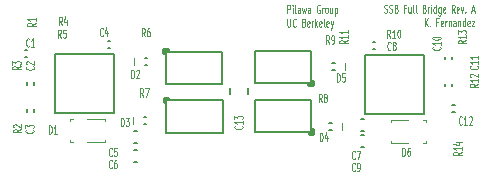
<source format=gbr>
G04 #@! TF.GenerationSoftware,KiCad,Pcbnew,(5.0.0)*
G04 #@! TF.CreationDate,2019-04-05T14:46:39-07:00*
G04 #@! TF.ProjectId,Buffer,4275666665722E6B696361645F706362,rev?*
G04 #@! TF.SameCoordinates,Original*
G04 #@! TF.FileFunction,Legend,Top*
G04 #@! TF.FilePolarity,Positive*
%FSLAX46Y46*%
G04 Gerber Fmt 4.6, Leading zero omitted, Abs format (unit mm)*
G04 Created by KiCad (PCBNEW (5.0.0)) date 04/05/19 14:46:39*
%MOMM*%
%LPD*%
G01*
G04 APERTURE LIST*
%ADD10C,0.111125*%
%ADD11C,0.150000*%
%ADD12C,0.100000*%
%ADD13C,0.120000*%
%ADD14C,0.300000*%
G04 APERTURE END LIST*
D10*
X24435064Y14462048D02*
X24435064Y15160548D01*
X24604397Y15160548D01*
X24646731Y15127287D01*
X24667897Y15094025D01*
X24689064Y15027501D01*
X24689064Y14927715D01*
X24667897Y14861191D01*
X24646731Y14827929D01*
X24604397Y14794667D01*
X24435064Y14794667D01*
X24879564Y14462048D02*
X24879564Y14927715D01*
X24879564Y15160548D02*
X24858397Y15127287D01*
X24879564Y15094025D01*
X24900731Y15127287D01*
X24879564Y15160548D01*
X24879564Y15094025D01*
X25154731Y14462048D02*
X25112397Y14495310D01*
X25091231Y14561834D01*
X25091231Y15160548D01*
X25514564Y14462048D02*
X25514564Y14827929D01*
X25493397Y14894453D01*
X25451064Y14927715D01*
X25366397Y14927715D01*
X25324064Y14894453D01*
X25514564Y14495310D02*
X25472231Y14462048D01*
X25366397Y14462048D01*
X25324064Y14495310D01*
X25302897Y14561834D01*
X25302897Y14628358D01*
X25324064Y14694882D01*
X25366397Y14728144D01*
X25472231Y14728144D01*
X25514564Y14761406D01*
X25683897Y14927715D02*
X25768564Y14462048D01*
X25853231Y14794667D01*
X25937897Y14462048D01*
X26022564Y14927715D01*
X26382397Y14462048D02*
X26382397Y14827929D01*
X26361231Y14894453D01*
X26318897Y14927715D01*
X26234231Y14927715D01*
X26191897Y14894453D01*
X26382397Y14495310D02*
X26340064Y14462048D01*
X26234231Y14462048D01*
X26191897Y14495310D01*
X26170731Y14561834D01*
X26170731Y14628358D01*
X26191897Y14694882D01*
X26234231Y14728144D01*
X26340064Y14728144D01*
X26382397Y14761406D01*
X27165564Y15127287D02*
X27123231Y15160548D01*
X27059731Y15160548D01*
X26996231Y15127287D01*
X26953897Y15060763D01*
X26932731Y14994239D01*
X26911564Y14861191D01*
X26911564Y14761406D01*
X26932731Y14628358D01*
X26953897Y14561834D01*
X26996231Y14495310D01*
X27059731Y14462048D01*
X27102064Y14462048D01*
X27165564Y14495310D01*
X27186731Y14528572D01*
X27186731Y14761406D01*
X27102064Y14761406D01*
X27377231Y14462048D02*
X27377231Y14927715D01*
X27377231Y14794667D02*
X27398397Y14861191D01*
X27419564Y14894453D01*
X27461897Y14927715D01*
X27504231Y14927715D01*
X27715897Y14462048D02*
X27673564Y14495310D01*
X27652397Y14528572D01*
X27631231Y14595096D01*
X27631231Y14794667D01*
X27652397Y14861191D01*
X27673564Y14894453D01*
X27715897Y14927715D01*
X27779397Y14927715D01*
X27821731Y14894453D01*
X27842897Y14861191D01*
X27864064Y14794667D01*
X27864064Y14595096D01*
X27842897Y14528572D01*
X27821731Y14495310D01*
X27779397Y14462048D01*
X27715897Y14462048D01*
X28245064Y14927715D02*
X28245064Y14462048D01*
X28054564Y14927715D02*
X28054564Y14561834D01*
X28075731Y14495310D01*
X28118064Y14462048D01*
X28181564Y14462048D01*
X28223897Y14495310D01*
X28245064Y14528572D01*
X28456731Y14927715D02*
X28456731Y14229215D01*
X28456731Y14894453D02*
X28499064Y14927715D01*
X28583731Y14927715D01*
X28626064Y14894453D01*
X28647231Y14861191D01*
X28668397Y14794667D01*
X28668397Y14595096D01*
X28647231Y14528572D01*
X28626064Y14495310D01*
X28583731Y14462048D01*
X28499064Y14462048D01*
X28456731Y14495310D01*
X24435064Y14001673D02*
X24435064Y13436221D01*
X24456231Y13369697D01*
X24477397Y13336435D01*
X24519731Y13303173D01*
X24604397Y13303173D01*
X24646731Y13336435D01*
X24667897Y13369697D01*
X24689064Y13436221D01*
X24689064Y14001673D01*
X25154731Y13369697D02*
X25133564Y13336435D01*
X25070064Y13303173D01*
X25027731Y13303173D01*
X24964231Y13336435D01*
X24921897Y13402959D01*
X24900731Y13469483D01*
X24879564Y13602531D01*
X24879564Y13702316D01*
X24900731Y13835364D01*
X24921897Y13901888D01*
X24964231Y13968412D01*
X25027731Y14001673D01*
X25070064Y14001673D01*
X25133564Y13968412D01*
X25154731Y13935150D01*
X25832064Y13669054D02*
X25895564Y13635792D01*
X25916731Y13602531D01*
X25937897Y13536007D01*
X25937897Y13436221D01*
X25916731Y13369697D01*
X25895564Y13336435D01*
X25853231Y13303173D01*
X25683897Y13303173D01*
X25683897Y14001673D01*
X25832064Y14001673D01*
X25874397Y13968412D01*
X25895564Y13935150D01*
X25916731Y13868626D01*
X25916731Y13802102D01*
X25895564Y13735578D01*
X25874397Y13702316D01*
X25832064Y13669054D01*
X25683897Y13669054D01*
X26297731Y13336435D02*
X26255397Y13303173D01*
X26170731Y13303173D01*
X26128397Y13336435D01*
X26107231Y13402959D01*
X26107231Y13669054D01*
X26128397Y13735578D01*
X26170731Y13768840D01*
X26255397Y13768840D01*
X26297731Y13735578D01*
X26318897Y13669054D01*
X26318897Y13602531D01*
X26107231Y13536007D01*
X26509397Y13303173D02*
X26509397Y13768840D01*
X26509397Y13635792D02*
X26530564Y13702316D01*
X26551731Y13735578D01*
X26594064Y13768840D01*
X26636397Y13768840D01*
X26784564Y13303173D02*
X26784564Y14001673D01*
X26826897Y13569269D02*
X26953897Y13303173D01*
X26953897Y13768840D02*
X26784564Y13502745D01*
X27313731Y13336435D02*
X27271397Y13303173D01*
X27186731Y13303173D01*
X27144397Y13336435D01*
X27123231Y13402959D01*
X27123231Y13669054D01*
X27144397Y13735578D01*
X27186731Y13768840D01*
X27271397Y13768840D01*
X27313731Y13735578D01*
X27334897Y13669054D01*
X27334897Y13602531D01*
X27123231Y13536007D01*
X27588897Y13303173D02*
X27546564Y13336435D01*
X27525397Y13402959D01*
X27525397Y14001673D01*
X27927564Y13336435D02*
X27885231Y13303173D01*
X27800564Y13303173D01*
X27758231Y13336435D01*
X27737064Y13402959D01*
X27737064Y13669054D01*
X27758231Y13735578D01*
X27800564Y13768840D01*
X27885231Y13768840D01*
X27927564Y13735578D01*
X27948731Y13669054D01*
X27948731Y13602531D01*
X27737064Y13536007D01*
X28096897Y13768840D02*
X28202731Y13303173D01*
X28308564Y13768840D02*
X28202731Y13303173D01*
X28160397Y13136864D01*
X28139231Y13103602D01*
X28096897Y13070340D01*
X32630268Y14520710D02*
X32693768Y14487448D01*
X32799602Y14487448D01*
X32841935Y14520710D01*
X32863102Y14553972D01*
X32884268Y14620496D01*
X32884268Y14687020D01*
X32863102Y14753544D01*
X32841935Y14786806D01*
X32799602Y14820067D01*
X32714935Y14853329D01*
X32672602Y14886591D01*
X32651435Y14919853D01*
X32630268Y14986377D01*
X32630268Y15052901D01*
X32651435Y15119425D01*
X32672602Y15152687D01*
X32714935Y15185948D01*
X32820768Y15185948D01*
X32884268Y15152687D01*
X33053602Y14520710D02*
X33117102Y14487448D01*
X33222935Y14487448D01*
X33265268Y14520710D01*
X33286435Y14553972D01*
X33307602Y14620496D01*
X33307602Y14687020D01*
X33286435Y14753544D01*
X33265268Y14786806D01*
X33222935Y14820067D01*
X33138268Y14853329D01*
X33095935Y14886591D01*
X33074768Y14919853D01*
X33053602Y14986377D01*
X33053602Y15052901D01*
X33074768Y15119425D01*
X33095935Y15152687D01*
X33138268Y15185948D01*
X33244102Y15185948D01*
X33307602Y15152687D01*
X33646268Y14853329D02*
X33709768Y14820067D01*
X33730935Y14786806D01*
X33752102Y14720282D01*
X33752102Y14620496D01*
X33730935Y14553972D01*
X33709768Y14520710D01*
X33667435Y14487448D01*
X33498102Y14487448D01*
X33498102Y15185948D01*
X33646268Y15185948D01*
X33688602Y15152687D01*
X33709768Y15119425D01*
X33730935Y15052901D01*
X33730935Y14986377D01*
X33709768Y14919853D01*
X33688602Y14886591D01*
X33646268Y14853329D01*
X33498102Y14853329D01*
X34429435Y14853329D02*
X34281268Y14853329D01*
X34281268Y14487448D02*
X34281268Y15185948D01*
X34492935Y15185948D01*
X34852768Y14953115D02*
X34852768Y14487448D01*
X34662268Y14953115D02*
X34662268Y14587234D01*
X34683435Y14520710D01*
X34725768Y14487448D01*
X34789268Y14487448D01*
X34831602Y14520710D01*
X34852768Y14553972D01*
X35127935Y14487448D02*
X35085602Y14520710D01*
X35064435Y14587234D01*
X35064435Y15185948D01*
X35360768Y14487448D02*
X35318435Y14520710D01*
X35297268Y14587234D01*
X35297268Y15185948D01*
X36016935Y14853329D02*
X36080435Y14820067D01*
X36101602Y14786806D01*
X36122768Y14720282D01*
X36122768Y14620496D01*
X36101602Y14553972D01*
X36080435Y14520710D01*
X36038102Y14487448D01*
X35868768Y14487448D01*
X35868768Y15185948D01*
X36016935Y15185948D01*
X36059268Y15152687D01*
X36080435Y15119425D01*
X36101602Y15052901D01*
X36101602Y14986377D01*
X36080435Y14919853D01*
X36059268Y14886591D01*
X36016935Y14853329D01*
X35868768Y14853329D01*
X36313268Y14487448D02*
X36313268Y14953115D01*
X36313268Y14820067D02*
X36334435Y14886591D01*
X36355602Y14919853D01*
X36397935Y14953115D01*
X36440268Y14953115D01*
X36588435Y14487448D02*
X36588435Y14953115D01*
X36588435Y15185948D02*
X36567268Y15152687D01*
X36588435Y15119425D01*
X36609602Y15152687D01*
X36588435Y15185948D01*
X36588435Y15119425D01*
X36990602Y14487448D02*
X36990602Y15185948D01*
X36990602Y14520710D02*
X36948268Y14487448D01*
X36863602Y14487448D01*
X36821268Y14520710D01*
X36800102Y14553972D01*
X36778935Y14620496D01*
X36778935Y14820067D01*
X36800102Y14886591D01*
X36821268Y14919853D01*
X36863602Y14953115D01*
X36948268Y14953115D01*
X36990602Y14919853D01*
X37392768Y14953115D02*
X37392768Y14387663D01*
X37371602Y14321139D01*
X37350435Y14287877D01*
X37308102Y14254615D01*
X37244602Y14254615D01*
X37202268Y14287877D01*
X37392768Y14520710D02*
X37350435Y14487448D01*
X37265768Y14487448D01*
X37223435Y14520710D01*
X37202268Y14553972D01*
X37181102Y14620496D01*
X37181102Y14820067D01*
X37202268Y14886591D01*
X37223435Y14919853D01*
X37265768Y14953115D01*
X37350435Y14953115D01*
X37392768Y14919853D01*
X37773768Y14520710D02*
X37731435Y14487448D01*
X37646768Y14487448D01*
X37604435Y14520710D01*
X37583268Y14587234D01*
X37583268Y14853329D01*
X37604435Y14919853D01*
X37646768Y14953115D01*
X37731435Y14953115D01*
X37773768Y14919853D01*
X37794935Y14853329D01*
X37794935Y14786806D01*
X37583268Y14720282D01*
X38578102Y14487448D02*
X38429935Y14820067D01*
X38324102Y14487448D02*
X38324102Y15185948D01*
X38493435Y15185948D01*
X38535768Y15152687D01*
X38556935Y15119425D01*
X38578102Y15052901D01*
X38578102Y14953115D01*
X38556935Y14886591D01*
X38535768Y14853329D01*
X38493435Y14820067D01*
X38324102Y14820067D01*
X38937935Y14520710D02*
X38895602Y14487448D01*
X38810935Y14487448D01*
X38768602Y14520710D01*
X38747435Y14587234D01*
X38747435Y14853329D01*
X38768602Y14919853D01*
X38810935Y14953115D01*
X38895602Y14953115D01*
X38937935Y14919853D01*
X38959102Y14853329D01*
X38959102Y14786806D01*
X38747435Y14720282D01*
X39107268Y14953115D02*
X39213102Y14487448D01*
X39318935Y14953115D01*
X39488268Y14553972D02*
X39509435Y14520710D01*
X39488268Y14487448D01*
X39467102Y14520710D01*
X39488268Y14553972D01*
X39488268Y14487448D01*
X40017435Y14687020D02*
X40229102Y14687020D01*
X39975102Y14487448D02*
X40123268Y15185948D01*
X40271435Y14487448D01*
X36038102Y13328573D02*
X36038102Y14027073D01*
X36292102Y13328573D02*
X36101602Y13727716D01*
X36292102Y14027073D02*
X36038102Y13627931D01*
X36482602Y13395097D02*
X36503768Y13361835D01*
X36482602Y13328573D01*
X36461435Y13361835D01*
X36482602Y13395097D01*
X36482602Y13328573D01*
X37181102Y13694454D02*
X37032935Y13694454D01*
X37032935Y13328573D02*
X37032935Y14027073D01*
X37244602Y14027073D01*
X37583268Y13361835D02*
X37540935Y13328573D01*
X37456268Y13328573D01*
X37413935Y13361835D01*
X37392768Y13428359D01*
X37392768Y13694454D01*
X37413935Y13760978D01*
X37456268Y13794240D01*
X37540935Y13794240D01*
X37583268Y13760978D01*
X37604435Y13694454D01*
X37604435Y13627931D01*
X37392768Y13561407D01*
X37794935Y13328573D02*
X37794935Y13794240D01*
X37794935Y13661192D02*
X37816102Y13727716D01*
X37837268Y13760978D01*
X37879602Y13794240D01*
X37921935Y13794240D01*
X38070102Y13794240D02*
X38070102Y13328573D01*
X38070102Y13727716D02*
X38091268Y13760978D01*
X38133602Y13794240D01*
X38197102Y13794240D01*
X38239435Y13760978D01*
X38260602Y13694454D01*
X38260602Y13328573D01*
X38662768Y13328573D02*
X38662768Y13694454D01*
X38641602Y13760978D01*
X38599268Y13794240D01*
X38514602Y13794240D01*
X38472268Y13760978D01*
X38662768Y13361835D02*
X38620435Y13328573D01*
X38514602Y13328573D01*
X38472268Y13361835D01*
X38451102Y13428359D01*
X38451102Y13494883D01*
X38472268Y13561407D01*
X38514602Y13594669D01*
X38620435Y13594669D01*
X38662768Y13627931D01*
X38874435Y13794240D02*
X38874435Y13328573D01*
X38874435Y13727716D02*
X38895602Y13760978D01*
X38937935Y13794240D01*
X39001435Y13794240D01*
X39043768Y13760978D01*
X39064935Y13694454D01*
X39064935Y13328573D01*
X39467102Y13328573D02*
X39467102Y14027073D01*
X39467102Y13361835D02*
X39424768Y13328573D01*
X39340102Y13328573D01*
X39297768Y13361835D01*
X39276602Y13395097D01*
X39255435Y13461621D01*
X39255435Y13661192D01*
X39276602Y13727716D01*
X39297768Y13760978D01*
X39340102Y13794240D01*
X39424768Y13794240D01*
X39467102Y13760978D01*
X39848102Y13361835D02*
X39805768Y13328573D01*
X39721102Y13328573D01*
X39678768Y13361835D01*
X39657602Y13428359D01*
X39657602Y13694454D01*
X39678768Y13760978D01*
X39721102Y13794240D01*
X39805768Y13794240D01*
X39848102Y13760978D01*
X39869268Y13694454D01*
X39869268Y13627931D01*
X39657602Y13561407D01*
X40017435Y13794240D02*
X40250268Y13794240D01*
X40017435Y13328573D01*
X40250268Y13328573D01*
D11*
G04 #@! TO.C,Inf2*
X30975300Y10918200D02*
X35975300Y10918200D01*
X30975300Y5918200D02*
X35975300Y5918200D01*
X35975300Y5918200D02*
X35975300Y10918200D01*
X30975300Y5918200D02*
X30975300Y10918200D01*
G04 #@! TO.C,Inf1*
X9729000Y5998200D02*
X4729000Y5998200D01*
X9729000Y10998200D02*
X4729000Y10998200D01*
X4729000Y10998200D02*
X4729000Y5998200D01*
X9729000Y10998200D02*
X9729000Y5998200D01*
G04 #@! TO.C,C13*
X21069300Y7632700D02*
X21069300Y8140700D01*
X19545300Y7632700D02*
X19545300Y8140700D01*
G04 #@! TO.C,C1*
X2386000Y11349000D02*
X2186000Y11349000D01*
X2386000Y10749000D02*
X2186000Y10749000D01*
G04 #@! TO.C,C2*
X2967000Y8409000D02*
X2967000Y8609000D01*
X2367000Y8409000D02*
X2367000Y8609000D01*
G04 #@! TO.C,C3*
X2367000Y6323000D02*
X2367000Y6123000D01*
X2967000Y6323000D02*
X2967000Y6123000D01*
G04 #@! TO.C,C4*
X9234500Y11511000D02*
X9434500Y11511000D01*
X9234500Y12111000D02*
X9434500Y12111000D01*
G04 #@! TO.C,C5*
X11482561Y3497246D02*
X11736561Y3497246D01*
X11482561Y4513246D02*
X11736561Y4513246D01*
G04 #@! TO.C,C6*
X11468693Y2833142D02*
X11722693Y2833142D01*
X11468693Y1817142D02*
X11722693Y1817142D01*
G04 #@! TO.C,C7*
X30911800Y4470400D02*
X30657800Y4470400D01*
X30911800Y5486400D02*
X30657800Y5486400D01*
G04 #@! TO.C,C8*
X31650000Y11984000D02*
X31850000Y11984000D01*
X31650000Y11384000D02*
X31850000Y11384000D01*
G04 #@! TO.C,C9*
X30911800Y4140200D02*
X30657800Y4140200D01*
X30911800Y3124200D02*
X30657800Y3124200D01*
G04 #@! TO.C,C10*
X37736500Y10568000D02*
X37736500Y10768000D01*
X38336500Y10568000D02*
X38336500Y10768000D01*
G04 #@! TO.C,C11*
X37736500Y8482000D02*
X37736500Y8282000D01*
X38336500Y8482000D02*
X38336500Y8282000D01*
G04 #@! TO.C,C12*
X38381000Y6113500D02*
X38581000Y6113500D01*
X38381000Y6713500D02*
X38581000Y6713500D01*
D12*
G04 #@! TO.C,D1*
X8993000Y3508500D02*
X8693000Y3508500D01*
X8993000Y3708500D02*
X8993000Y3508500D01*
X5993000Y3508500D02*
X5993000Y3708500D01*
X6293000Y3508500D02*
X5993000Y3508500D01*
X5993000Y5508500D02*
X6293000Y5508500D01*
X5993000Y5308500D02*
X5993000Y5508500D01*
X8993000Y5508500D02*
X8693000Y5508500D01*
X8993000Y5308500D02*
X8993000Y5508500D01*
X8693000Y3508500D02*
X7493000Y3508500D01*
X8693000Y5508500D02*
X7493000Y5508500D01*
D13*
G04 #@! TO.C,D2*
X11446593Y10650500D02*
X11446593Y10050500D01*
D11*
X12346593Y10050500D02*
X12546593Y10050500D01*
X12346593Y10650500D02*
X12546593Y10650500D01*
G04 #@! TO.C,D3*
X12295200Y5684800D02*
X12495200Y5684800D01*
X12295200Y5084800D02*
X12495200Y5084800D01*
D13*
X11395200Y5684800D02*
X11395200Y5084800D01*
G04 #@! TO.C,D4*
X29067000Y4577842D02*
X29067000Y5177842D01*
D11*
X28167000Y5177842D02*
X27967000Y5177842D01*
X28167000Y4577842D02*
X27967000Y4577842D01*
D13*
G04 #@! TO.C,D5*
X29321000Y9606000D02*
X29321000Y10206000D01*
D11*
X28421000Y10206000D02*
X28221000Y10206000D01*
X28421000Y9606000D02*
X28221000Y9606000D01*
D12*
G04 #@! TO.C,D6*
X33171000Y5445000D02*
X33471000Y5445000D01*
X33171000Y5245000D02*
X33171000Y5445000D01*
X36171000Y5445000D02*
X36171000Y5245000D01*
X35871000Y5445000D02*
X36171000Y5445000D01*
X36171000Y3445000D02*
X35871000Y3445000D01*
X36171000Y3645000D02*
X36171000Y3445000D01*
X33171000Y3445000D02*
X33471000Y3445000D01*
X33171000Y3645000D02*
X33171000Y3445000D01*
X33471000Y5445000D02*
X34671000Y5445000D01*
X33471000Y3445000D02*
X34671000Y3445000D01*
D11*
G04 #@! TO.C,Q1*
X14411193Y7225042D02*
X14411193Y7100042D01*
X14036193Y6850042D02*
X14161193Y6850042D01*
X14186193Y7075042D02*
X14336193Y7075042D01*
X14336193Y7075042D02*
X14336193Y7225042D01*
D14*
X14336193Y7225042D02*
X14036193Y7225042D01*
X14036193Y7225042D02*
X14036193Y6925042D01*
D11*
X14036193Y6925042D02*
X14186193Y6925042D01*
X14186193Y6925042D02*
X14186193Y7150042D01*
X18936193Y7075042D02*
X18936193Y4325042D01*
X18936193Y4325042D02*
X14186193Y4325042D01*
X14186193Y7075042D02*
X18936193Y7075042D01*
X14186193Y4325042D02*
X14186193Y7075042D01*
G04 #@! TO.C,Q2*
X14173493Y8447342D02*
X14173493Y11197342D01*
X14173493Y11197342D02*
X18923493Y11197342D01*
X18923493Y8447342D02*
X14173493Y8447342D01*
X18923493Y11197342D02*
X18923493Y8447342D01*
X14173493Y11047342D02*
X14173493Y11272342D01*
X14023493Y11047342D02*
X14173493Y11047342D01*
D14*
X14023493Y11347342D02*
X14023493Y11047342D01*
X14323493Y11347342D02*
X14023493Y11347342D01*
D11*
X14323493Y11197342D02*
X14323493Y11347342D01*
X14173493Y11197342D02*
X14323493Y11197342D01*
X14023493Y10972342D02*
X14148493Y10972342D01*
X14398493Y11347342D02*
X14398493Y11222342D01*
G04 #@! TO.C,Q3*
X26454200Y7138542D02*
X26454200Y4388542D01*
X26454200Y4388542D02*
X21704200Y4388542D01*
X21704200Y7138542D02*
X26454200Y7138542D01*
X21704200Y4388542D02*
X21704200Y7138542D01*
X26454200Y4538542D02*
X26454200Y4313542D01*
X26604200Y4538542D02*
X26454200Y4538542D01*
D14*
X26604200Y4238542D02*
X26604200Y4538542D01*
X26304200Y4238542D02*
X26604200Y4238542D01*
D11*
X26304200Y4388542D02*
X26304200Y4238542D01*
X26454200Y4388542D02*
X26304200Y4388542D01*
X26604200Y4613542D02*
X26479200Y4613542D01*
X26229200Y4238542D02*
X26229200Y4363542D01*
G04 #@! TO.C,Q4*
X26217793Y8360842D02*
X26217793Y8485842D01*
X26592793Y8735842D02*
X26467793Y8735842D01*
X26442793Y8510842D02*
X26292793Y8510842D01*
X26292793Y8510842D02*
X26292793Y8360842D01*
D14*
X26292793Y8360842D02*
X26592793Y8360842D01*
X26592793Y8360842D02*
X26592793Y8660842D01*
D11*
X26592793Y8660842D02*
X26442793Y8660842D01*
X26442793Y8660842D02*
X26442793Y8435842D01*
X21692793Y8510842D02*
X21692793Y11260842D01*
X21692793Y11260842D02*
X26442793Y11260842D01*
X26442793Y8510842D02*
X21692793Y8510842D01*
X26442793Y11260842D02*
X26442793Y8510842D01*
G04 #@! TO.C,C13*
D10*
X20569464Y4921250D02*
X20602726Y4900083D01*
X20635988Y4836583D01*
X20635988Y4794250D01*
X20602726Y4730750D01*
X20536202Y4688416D01*
X20469678Y4667250D01*
X20336630Y4646083D01*
X20236845Y4646083D01*
X20103797Y4667250D01*
X20037273Y4688416D01*
X19970750Y4730750D01*
X19937488Y4794250D01*
X19937488Y4836583D01*
X19970750Y4900083D01*
X20004011Y4921250D01*
X20635988Y5344583D02*
X20635988Y5090583D01*
X20635988Y5217583D02*
X19937488Y5217583D01*
X20037273Y5175250D01*
X20103797Y5132916D01*
X20137059Y5090583D01*
X19937488Y5492750D02*
X19937488Y5767916D01*
X20203583Y5619750D01*
X20203583Y5683250D01*
X20236845Y5725583D01*
X20270107Y5746750D01*
X20336630Y5767916D01*
X20502940Y5767916D01*
X20569464Y5746750D01*
X20602726Y5725583D01*
X20635988Y5683250D01*
X20635988Y5556250D01*
X20602726Y5513916D01*
X20569464Y5492750D01*
G04 #@! TO.C,C1*
X2592916Y11688535D02*
X2571750Y11655273D01*
X2508250Y11622011D01*
X2465916Y11622011D01*
X2402416Y11655273D01*
X2360083Y11721797D01*
X2338916Y11788321D01*
X2317750Y11921369D01*
X2317750Y12021154D01*
X2338916Y12154202D01*
X2360083Y12220726D01*
X2402416Y12287250D01*
X2465916Y12320511D01*
X2508250Y12320511D01*
X2571750Y12287250D01*
X2592916Y12253988D01*
X3016250Y11622011D02*
X2762250Y11622011D01*
X2889250Y11622011D02*
X2889250Y12320511D01*
X2846916Y12220726D01*
X2804583Y12154202D01*
X2762250Y12120940D01*
G04 #@! TO.C,C2*
X2916464Y9958916D02*
X2949726Y9937750D01*
X2982988Y9874250D01*
X2982988Y9831916D01*
X2949726Y9768416D01*
X2883202Y9726083D01*
X2816678Y9704916D01*
X2683630Y9683750D01*
X2583845Y9683750D01*
X2450797Y9704916D01*
X2384273Y9726083D01*
X2317750Y9768416D01*
X2284488Y9831916D01*
X2284488Y9874250D01*
X2317750Y9937750D01*
X2351011Y9958916D01*
X2351011Y10128250D02*
X2317750Y10149416D01*
X2284488Y10191750D01*
X2284488Y10297583D01*
X2317750Y10339916D01*
X2351011Y10361083D01*
X2417535Y10382250D01*
X2484059Y10382250D01*
X2583845Y10361083D01*
X2982988Y10107083D01*
X2982988Y10382250D01*
G04 #@! TO.C,C3*
X2878364Y4599516D02*
X2911626Y4578350D01*
X2944888Y4514850D01*
X2944888Y4472516D01*
X2911626Y4409016D01*
X2845102Y4366683D01*
X2778578Y4345516D01*
X2645530Y4324350D01*
X2545745Y4324350D01*
X2412697Y4345516D01*
X2346173Y4366683D01*
X2279650Y4409016D01*
X2246388Y4472516D01*
X2246388Y4514850D01*
X2279650Y4578350D01*
X2312911Y4599516D01*
X2246388Y4747683D02*
X2246388Y5022850D01*
X2512483Y4874683D01*
X2512483Y4938183D01*
X2545745Y4980516D01*
X2579007Y5001683D01*
X2645530Y5022850D01*
X2811840Y5022850D01*
X2878364Y5001683D01*
X2911626Y4980516D01*
X2944888Y4938183D01*
X2944888Y4811183D01*
X2911626Y4768850D01*
X2878364Y4747683D01*
G04 #@! TO.C,C4*
X8815916Y12577535D02*
X8794750Y12544273D01*
X8731250Y12511011D01*
X8688916Y12511011D01*
X8625416Y12544273D01*
X8583083Y12610797D01*
X8561916Y12677321D01*
X8540750Y12810369D01*
X8540750Y12910154D01*
X8561916Y13043202D01*
X8583083Y13109726D01*
X8625416Y13176250D01*
X8688916Y13209511D01*
X8731250Y13209511D01*
X8794750Y13176250D01*
X8815916Y13142988D01*
X9196916Y12976678D02*
X9196916Y12511011D01*
X9091083Y13242773D02*
X8985250Y12743845D01*
X9260416Y12743845D01*
G04 #@! TO.C,C5*
X9577916Y2417535D02*
X9556750Y2384273D01*
X9493250Y2351011D01*
X9450916Y2351011D01*
X9387416Y2384273D01*
X9345083Y2450797D01*
X9323916Y2517321D01*
X9302750Y2650369D01*
X9302750Y2750154D01*
X9323916Y2883202D01*
X9345083Y2949726D01*
X9387416Y3016250D01*
X9450916Y3049511D01*
X9493250Y3049511D01*
X9556750Y3016250D01*
X9577916Y2982988D01*
X9980083Y3049511D02*
X9768416Y3049511D01*
X9747250Y2716892D01*
X9768416Y2750154D01*
X9810750Y2783416D01*
X9916583Y2783416D01*
X9958916Y2750154D01*
X9980083Y2716892D01*
X10001250Y2650369D01*
X10001250Y2484059D01*
X9980083Y2417535D01*
X9958916Y2384273D01*
X9916583Y2351011D01*
X9810750Y2351011D01*
X9768416Y2384273D01*
X9747250Y2417535D01*
G04 #@! TO.C,C6*
X9577916Y1401535D02*
X9556750Y1368273D01*
X9493250Y1335011D01*
X9450916Y1335011D01*
X9387416Y1368273D01*
X9345083Y1434797D01*
X9323916Y1501321D01*
X9302750Y1634369D01*
X9302750Y1734154D01*
X9323916Y1867202D01*
X9345083Y1933726D01*
X9387416Y2000250D01*
X9450916Y2033511D01*
X9493250Y2033511D01*
X9556750Y2000250D01*
X9577916Y1966988D01*
X9958916Y2033511D02*
X9874250Y2033511D01*
X9831916Y2000250D01*
X9810750Y1966988D01*
X9768416Y1867202D01*
X9747250Y1734154D01*
X9747250Y1468059D01*
X9768416Y1401535D01*
X9789583Y1368273D01*
X9831916Y1335011D01*
X9916583Y1335011D01*
X9958916Y1368273D01*
X9980083Y1401535D01*
X10001250Y1468059D01*
X10001250Y1634369D01*
X9980083Y1700892D01*
X9958916Y1734154D01*
X9916583Y1767416D01*
X9831916Y1767416D01*
X9789583Y1734154D01*
X9768416Y1700892D01*
X9747250Y1634369D01*
G04 #@! TO.C,C7*
X30151916Y2163535D02*
X30130750Y2130273D01*
X30067250Y2097011D01*
X30024916Y2097011D01*
X29961416Y2130273D01*
X29919083Y2196797D01*
X29897916Y2263321D01*
X29876750Y2396369D01*
X29876750Y2496154D01*
X29897916Y2629202D01*
X29919083Y2695726D01*
X29961416Y2762250D01*
X30024916Y2795511D01*
X30067250Y2795511D01*
X30130750Y2762250D01*
X30151916Y2728988D01*
X30300083Y2795511D02*
X30596416Y2795511D01*
X30405916Y2097011D01*
G04 #@! TO.C,C8*
X33174516Y11396435D02*
X33153350Y11363173D01*
X33089850Y11329911D01*
X33047516Y11329911D01*
X32984016Y11363173D01*
X32941683Y11429697D01*
X32920516Y11496221D01*
X32899350Y11629269D01*
X32899350Y11729054D01*
X32920516Y11862102D01*
X32941683Y11928626D01*
X32984016Y11995150D01*
X33047516Y12028411D01*
X33089850Y12028411D01*
X33153350Y11995150D01*
X33174516Y11961888D01*
X33428516Y11729054D02*
X33386183Y11762316D01*
X33365016Y11795578D01*
X33343850Y11862102D01*
X33343850Y11895364D01*
X33365016Y11961888D01*
X33386183Y11995150D01*
X33428516Y12028411D01*
X33513183Y12028411D01*
X33555516Y11995150D01*
X33576683Y11961888D01*
X33597850Y11895364D01*
X33597850Y11862102D01*
X33576683Y11795578D01*
X33555516Y11762316D01*
X33513183Y11729054D01*
X33428516Y11729054D01*
X33386183Y11695792D01*
X33365016Y11662530D01*
X33343850Y11596007D01*
X33343850Y11462959D01*
X33365016Y11396435D01*
X33386183Y11363173D01*
X33428516Y11329911D01*
X33513183Y11329911D01*
X33555516Y11363173D01*
X33576683Y11396435D01*
X33597850Y11462959D01*
X33597850Y11596007D01*
X33576683Y11662530D01*
X33555516Y11695792D01*
X33513183Y11729054D01*
G04 #@! TO.C,C9*
X30151916Y1147535D02*
X30130750Y1114273D01*
X30067250Y1081011D01*
X30024916Y1081011D01*
X29961416Y1114273D01*
X29919083Y1180797D01*
X29897916Y1247321D01*
X29876750Y1380369D01*
X29876750Y1480154D01*
X29897916Y1613202D01*
X29919083Y1679726D01*
X29961416Y1746250D01*
X30024916Y1779511D01*
X30067250Y1779511D01*
X30130750Y1746250D01*
X30151916Y1712988D01*
X30363583Y1081011D02*
X30448250Y1081011D01*
X30490583Y1114273D01*
X30511750Y1147535D01*
X30554083Y1247321D01*
X30575250Y1380369D01*
X30575250Y1646464D01*
X30554083Y1712988D01*
X30532916Y1746250D01*
X30490583Y1779511D01*
X30405916Y1779511D01*
X30363583Y1746250D01*
X30342416Y1712988D01*
X30321250Y1646464D01*
X30321250Y1480154D01*
X30342416Y1413630D01*
X30363583Y1380369D01*
X30405916Y1347107D01*
X30490583Y1347107D01*
X30532916Y1380369D01*
X30554083Y1413630D01*
X30575250Y1480154D01*
G04 #@! TO.C,C10*
X37333464Y11626850D02*
X37366726Y11605683D01*
X37399988Y11542183D01*
X37399988Y11499850D01*
X37366726Y11436350D01*
X37300202Y11394016D01*
X37233678Y11372850D01*
X37100630Y11351683D01*
X37000845Y11351683D01*
X36867797Y11372850D01*
X36801273Y11394016D01*
X36734750Y11436350D01*
X36701488Y11499850D01*
X36701488Y11542183D01*
X36734750Y11605683D01*
X36768011Y11626850D01*
X37399988Y12050183D02*
X37399988Y11796183D01*
X37399988Y11923183D02*
X36701488Y11923183D01*
X36801273Y11880850D01*
X36867797Y11838516D01*
X36901059Y11796183D01*
X36701488Y12325350D02*
X36701488Y12367683D01*
X36734750Y12410016D01*
X36768011Y12431183D01*
X36834535Y12452350D01*
X36967583Y12473516D01*
X37133892Y12473516D01*
X37266940Y12452350D01*
X37333464Y12431183D01*
X37366726Y12410016D01*
X37399988Y12367683D01*
X37399988Y12325350D01*
X37366726Y12283016D01*
X37333464Y12261850D01*
X37266940Y12240683D01*
X37133892Y12219516D01*
X36967583Y12219516D01*
X36834535Y12240683D01*
X36768011Y12261850D01*
X36734750Y12283016D01*
X36701488Y12325350D01*
G04 #@! TO.C,C11*
X40508464Y10001250D02*
X40541726Y9980083D01*
X40574988Y9916583D01*
X40574988Y9874250D01*
X40541726Y9810750D01*
X40475202Y9768416D01*
X40408678Y9747250D01*
X40275630Y9726083D01*
X40175845Y9726083D01*
X40042797Y9747250D01*
X39976273Y9768416D01*
X39909750Y9810750D01*
X39876488Y9874250D01*
X39876488Y9916583D01*
X39909750Y9980083D01*
X39943011Y10001250D01*
X40574988Y10424583D02*
X40574988Y10170583D01*
X40574988Y10297583D02*
X39876488Y10297583D01*
X39976273Y10255250D01*
X40042797Y10212916D01*
X40076059Y10170583D01*
X40574988Y10847916D02*
X40574988Y10593916D01*
X40574988Y10720916D02*
X39876488Y10720916D01*
X39976273Y10678583D01*
X40042797Y10636250D01*
X40076059Y10593916D01*
G04 #@! TO.C,C12*
X39211250Y5084535D02*
X39190083Y5051273D01*
X39126583Y5018011D01*
X39084250Y5018011D01*
X39020750Y5051273D01*
X38978416Y5117797D01*
X38957250Y5184321D01*
X38936083Y5317369D01*
X38936083Y5417154D01*
X38957250Y5550202D01*
X38978416Y5616726D01*
X39020750Y5683250D01*
X39084250Y5716511D01*
X39126583Y5716511D01*
X39190083Y5683250D01*
X39211250Y5649988D01*
X39634583Y5018011D02*
X39380583Y5018011D01*
X39507583Y5018011D02*
X39507583Y5716511D01*
X39465250Y5616726D01*
X39422916Y5550202D01*
X39380583Y5516940D01*
X39803916Y5649988D02*
X39825083Y5683250D01*
X39867416Y5716511D01*
X39973250Y5716511D01*
X40015583Y5683250D01*
X40036750Y5649988D01*
X40057916Y5583464D01*
X40057916Y5516940D01*
X40036750Y5417154D01*
X39782750Y5018011D01*
X40057916Y5018011D01*
G04 #@! TO.C,D1*
X4243916Y4256011D02*
X4243916Y4954511D01*
X4349750Y4954511D01*
X4413250Y4921250D01*
X4455583Y4854726D01*
X4476750Y4788202D01*
X4497916Y4655154D01*
X4497916Y4555369D01*
X4476750Y4422321D01*
X4455583Y4355797D01*
X4413250Y4289273D01*
X4349750Y4256011D01*
X4243916Y4256011D01*
X4921250Y4256011D02*
X4667250Y4256011D01*
X4794250Y4256011D02*
X4794250Y4954511D01*
X4751916Y4854726D01*
X4709583Y4788202D01*
X4667250Y4754940D01*
G04 #@! TO.C,D2*
X11228916Y8955011D02*
X11228916Y9653511D01*
X11334750Y9653511D01*
X11398250Y9620250D01*
X11440583Y9553726D01*
X11461750Y9487202D01*
X11482916Y9354154D01*
X11482916Y9254369D01*
X11461750Y9121321D01*
X11440583Y9054797D01*
X11398250Y8988273D01*
X11334750Y8955011D01*
X11228916Y8955011D01*
X11652250Y9586988D02*
X11673416Y9620250D01*
X11715750Y9653511D01*
X11821583Y9653511D01*
X11863916Y9620250D01*
X11885083Y9586988D01*
X11906250Y9520464D01*
X11906250Y9453940D01*
X11885083Y9354154D01*
X11631083Y8955011D01*
X11906250Y8955011D01*
G04 #@! TO.C,D3*
X10339916Y4903711D02*
X10339916Y5602211D01*
X10445750Y5602211D01*
X10509250Y5568950D01*
X10551583Y5502426D01*
X10572750Y5435902D01*
X10593916Y5302854D01*
X10593916Y5203069D01*
X10572750Y5070021D01*
X10551583Y5003497D01*
X10509250Y4936973D01*
X10445750Y4903711D01*
X10339916Y4903711D01*
X10742083Y5602211D02*
X11017250Y5602211D01*
X10869083Y5336116D01*
X10932583Y5336116D01*
X10974916Y5302854D01*
X10996083Y5269592D01*
X11017250Y5203069D01*
X11017250Y5036759D01*
X10996083Y4970235D01*
X10974916Y4936973D01*
X10932583Y4903711D01*
X10805583Y4903711D01*
X10763250Y4936973D01*
X10742083Y4970235D01*
G04 #@! TO.C,D4*
X27154716Y3621011D02*
X27154716Y4319511D01*
X27260550Y4319511D01*
X27324050Y4286250D01*
X27366383Y4219726D01*
X27387550Y4153202D01*
X27408716Y4020154D01*
X27408716Y3920369D01*
X27387550Y3787321D01*
X27366383Y3720797D01*
X27324050Y3654273D01*
X27260550Y3621011D01*
X27154716Y3621011D01*
X27789716Y4086678D02*
X27789716Y3621011D01*
X27683883Y4352773D02*
X27578050Y3853845D01*
X27853216Y3853845D01*
G04 #@! TO.C,D5*
X28627916Y8650211D02*
X28627916Y9348711D01*
X28733750Y9348711D01*
X28797250Y9315450D01*
X28839583Y9248926D01*
X28860750Y9182402D01*
X28881916Y9049354D01*
X28881916Y8949569D01*
X28860750Y8816521D01*
X28839583Y8749997D01*
X28797250Y8683473D01*
X28733750Y8650211D01*
X28627916Y8650211D01*
X29284083Y9348711D02*
X29072416Y9348711D01*
X29051250Y9016092D01*
X29072416Y9049354D01*
X29114750Y9082616D01*
X29220583Y9082616D01*
X29262916Y9049354D01*
X29284083Y9016092D01*
X29305250Y8949569D01*
X29305250Y8783259D01*
X29284083Y8716735D01*
X29262916Y8683473D01*
X29220583Y8650211D01*
X29114750Y8650211D01*
X29072416Y8683473D01*
X29051250Y8716735D01*
G04 #@! TO.C,D6*
X34165116Y2376411D02*
X34165116Y3074911D01*
X34270950Y3074911D01*
X34334450Y3041650D01*
X34376783Y2975126D01*
X34397950Y2908602D01*
X34419116Y2775554D01*
X34419116Y2675769D01*
X34397950Y2542721D01*
X34376783Y2476197D01*
X34334450Y2409673D01*
X34270950Y2376411D01*
X34165116Y2376411D01*
X34800116Y3074911D02*
X34715450Y3074911D01*
X34673116Y3041650D01*
X34651950Y3008388D01*
X34609616Y2908602D01*
X34588450Y2775554D01*
X34588450Y2509459D01*
X34609616Y2442935D01*
X34630783Y2409673D01*
X34673116Y2376411D01*
X34757783Y2376411D01*
X34800116Y2409673D01*
X34821283Y2442935D01*
X34842450Y2509459D01*
X34842450Y2675769D01*
X34821283Y2742292D01*
X34800116Y2775554D01*
X34757783Y2808816D01*
X34673116Y2808816D01*
X34630783Y2775554D01*
X34609616Y2742292D01*
X34588450Y2675769D01*
G04 #@! TO.C,R1*
X3109988Y13641916D02*
X2777369Y13493750D01*
X3109988Y13387916D02*
X2411488Y13387916D01*
X2411488Y13557250D01*
X2444750Y13599583D01*
X2478011Y13620750D01*
X2544535Y13641916D01*
X2644321Y13641916D01*
X2710845Y13620750D01*
X2744107Y13599583D01*
X2777369Y13557250D01*
X2777369Y13387916D01*
X3109988Y14065250D02*
X3109988Y13811250D01*
X3109988Y13938250D02*
X2411488Y13938250D01*
X2511273Y13895916D01*
X2577797Y13853583D01*
X2611059Y13811250D01*
G04 #@! TO.C,R2*
X1903488Y4624916D02*
X1570869Y4476750D01*
X1903488Y4370916D02*
X1204988Y4370916D01*
X1204988Y4540250D01*
X1238250Y4582583D01*
X1271511Y4603750D01*
X1338035Y4624916D01*
X1437821Y4624916D01*
X1504345Y4603750D01*
X1537607Y4582583D01*
X1570869Y4540250D01*
X1570869Y4370916D01*
X1271511Y4794250D02*
X1238250Y4815416D01*
X1204988Y4857750D01*
X1204988Y4963583D01*
X1238250Y5005916D01*
X1271511Y5027083D01*
X1338035Y5048250D01*
X1404559Y5048250D01*
X1504345Y5027083D01*
X1903488Y4773083D01*
X1903488Y5048250D01*
G04 #@! TO.C,R3*
X1839988Y9958916D02*
X1507369Y9810750D01*
X1839988Y9704916D02*
X1141488Y9704916D01*
X1141488Y9874250D01*
X1174750Y9916583D01*
X1208011Y9937750D01*
X1274535Y9958916D01*
X1374321Y9958916D01*
X1440845Y9937750D01*
X1474107Y9916583D01*
X1507369Y9874250D01*
X1507369Y9704916D01*
X1141488Y10107083D02*
X1141488Y10382250D01*
X1407583Y10234083D01*
X1407583Y10297583D01*
X1440845Y10339916D01*
X1474107Y10361083D01*
X1540630Y10382250D01*
X1706940Y10382250D01*
X1773464Y10361083D01*
X1806726Y10339916D01*
X1839988Y10297583D01*
X1839988Y10170583D01*
X1806726Y10128250D01*
X1773464Y10107083D01*
G04 #@! TO.C,R4*
X5348816Y13450811D02*
X5200650Y13783430D01*
X5094816Y13450811D02*
X5094816Y14149311D01*
X5264150Y14149311D01*
X5306483Y14116050D01*
X5327650Y14082788D01*
X5348816Y14016264D01*
X5348816Y13916478D01*
X5327650Y13849954D01*
X5306483Y13816692D01*
X5264150Y13783430D01*
X5094816Y13783430D01*
X5729816Y13916478D02*
X5729816Y13450811D01*
X5623983Y14182573D02*
X5518150Y13683645D01*
X5793316Y13683645D01*
G04 #@! TO.C,R5*
X5259916Y12371311D02*
X5111750Y12703930D01*
X5005916Y12371311D02*
X5005916Y13069811D01*
X5175250Y13069811D01*
X5217583Y13036550D01*
X5238750Y13003288D01*
X5259916Y12936764D01*
X5259916Y12836978D01*
X5238750Y12770454D01*
X5217583Y12737192D01*
X5175250Y12703930D01*
X5005916Y12703930D01*
X5662083Y13069811D02*
X5450416Y13069811D01*
X5429250Y12737192D01*
X5450416Y12770454D01*
X5492750Y12803716D01*
X5598583Y12803716D01*
X5640916Y12770454D01*
X5662083Y12737192D01*
X5683250Y12670669D01*
X5683250Y12504359D01*
X5662083Y12437835D01*
X5640916Y12404573D01*
X5598583Y12371311D01*
X5492750Y12371311D01*
X5450416Y12404573D01*
X5429250Y12437835D01*
G04 #@! TO.C,R6*
X12371916Y12485611D02*
X12223750Y12818230D01*
X12117916Y12485611D02*
X12117916Y13184111D01*
X12287250Y13184111D01*
X12329583Y13150850D01*
X12350750Y13117588D01*
X12371916Y13051064D01*
X12371916Y12951278D01*
X12350750Y12884754D01*
X12329583Y12851492D01*
X12287250Y12818230D01*
X12117916Y12818230D01*
X12752916Y13184111D02*
X12668250Y13184111D01*
X12625916Y13150850D01*
X12604750Y13117588D01*
X12562416Y13017802D01*
X12541250Y12884754D01*
X12541250Y12618659D01*
X12562416Y12552135D01*
X12583583Y12518873D01*
X12625916Y12485611D01*
X12710583Y12485611D01*
X12752916Y12518873D01*
X12774083Y12552135D01*
X12795250Y12618659D01*
X12795250Y12784969D01*
X12774083Y12851492D01*
X12752916Y12884754D01*
X12710583Y12918016D01*
X12625916Y12918016D01*
X12583583Y12884754D01*
X12562416Y12851492D01*
X12541250Y12784969D01*
G04 #@! TO.C,R7*
X12244916Y7392911D02*
X12096750Y7725530D01*
X11990916Y7392911D02*
X11990916Y8091411D01*
X12160250Y8091411D01*
X12202583Y8058150D01*
X12223750Y8024888D01*
X12244916Y7958364D01*
X12244916Y7858578D01*
X12223750Y7792054D01*
X12202583Y7758792D01*
X12160250Y7725530D01*
X11990916Y7725530D01*
X12393083Y8091411D02*
X12689416Y8091411D01*
X12498916Y7392911D01*
G04 #@! TO.C,R8*
X27357916Y6923011D02*
X27209750Y7255630D01*
X27103916Y6923011D02*
X27103916Y7621511D01*
X27273250Y7621511D01*
X27315583Y7588250D01*
X27336750Y7554988D01*
X27357916Y7488464D01*
X27357916Y7388678D01*
X27336750Y7322154D01*
X27315583Y7288892D01*
X27273250Y7255630D01*
X27103916Y7255630D01*
X27611916Y7322154D02*
X27569583Y7355416D01*
X27548416Y7388678D01*
X27527250Y7455202D01*
X27527250Y7488464D01*
X27548416Y7554988D01*
X27569583Y7588250D01*
X27611916Y7621511D01*
X27696583Y7621511D01*
X27738916Y7588250D01*
X27760083Y7554988D01*
X27781250Y7488464D01*
X27781250Y7455202D01*
X27760083Y7388678D01*
X27738916Y7355416D01*
X27696583Y7322154D01*
X27611916Y7322154D01*
X27569583Y7288892D01*
X27548416Y7255630D01*
X27527250Y7189107D01*
X27527250Y7056059D01*
X27548416Y6989535D01*
X27569583Y6956273D01*
X27611916Y6923011D01*
X27696583Y6923011D01*
X27738916Y6956273D01*
X27760083Y6989535D01*
X27781250Y7056059D01*
X27781250Y7189107D01*
X27760083Y7255630D01*
X27738916Y7288892D01*
X27696583Y7322154D01*
G04 #@! TO.C,R9*
X27992916Y11876011D02*
X27844750Y12208630D01*
X27738916Y11876011D02*
X27738916Y12574511D01*
X27908250Y12574511D01*
X27950583Y12541250D01*
X27971750Y12507988D01*
X27992916Y12441464D01*
X27992916Y12341678D01*
X27971750Y12275154D01*
X27950583Y12241892D01*
X27908250Y12208630D01*
X27738916Y12208630D01*
X28204583Y11876011D02*
X28289250Y11876011D01*
X28331583Y11909273D01*
X28352750Y11942535D01*
X28395083Y12042321D01*
X28416250Y12175369D01*
X28416250Y12441464D01*
X28395083Y12507988D01*
X28373916Y12541250D01*
X28331583Y12574511D01*
X28246916Y12574511D01*
X28204583Y12541250D01*
X28183416Y12507988D01*
X28162250Y12441464D01*
X28162250Y12275154D01*
X28183416Y12208630D01*
X28204583Y12175369D01*
X28246916Y12142107D01*
X28331583Y12142107D01*
X28373916Y12175369D01*
X28395083Y12208630D01*
X28416250Y12275154D01*
G04 #@! TO.C,R10*
X33153350Y12371311D02*
X33005183Y12703930D01*
X32899350Y12371311D02*
X32899350Y13069811D01*
X33068683Y13069811D01*
X33111016Y13036550D01*
X33132183Y13003288D01*
X33153350Y12936764D01*
X33153350Y12836978D01*
X33132183Y12770454D01*
X33111016Y12737192D01*
X33068683Y12703930D01*
X32899350Y12703930D01*
X33576683Y12371311D02*
X33322683Y12371311D01*
X33449683Y12371311D02*
X33449683Y13069811D01*
X33407350Y12970026D01*
X33365016Y12903502D01*
X33322683Y12870240D01*
X33851850Y13069811D02*
X33894183Y13069811D01*
X33936516Y13036550D01*
X33957683Y13003288D01*
X33978850Y12936764D01*
X34000016Y12803716D01*
X34000016Y12637407D01*
X33978850Y12504359D01*
X33957683Y12437835D01*
X33936516Y12404573D01*
X33894183Y12371311D01*
X33851850Y12371311D01*
X33809516Y12404573D01*
X33788350Y12437835D01*
X33767183Y12504359D01*
X33746016Y12637407D01*
X33746016Y12803716D01*
X33767183Y12936764D01*
X33788350Y13003288D01*
X33809516Y13036550D01*
X33851850Y13069811D01*
G04 #@! TO.C,R11*
X29525988Y12160250D02*
X29193369Y12012083D01*
X29525988Y11906250D02*
X28827488Y11906250D01*
X28827488Y12075583D01*
X28860750Y12117916D01*
X28894011Y12139083D01*
X28960535Y12160250D01*
X29060321Y12160250D01*
X29126845Y12139083D01*
X29160107Y12117916D01*
X29193369Y12075583D01*
X29193369Y11906250D01*
X29525988Y12583583D02*
X29525988Y12329583D01*
X29525988Y12456583D02*
X28827488Y12456583D01*
X28927273Y12414250D01*
X28993797Y12371916D01*
X29027059Y12329583D01*
X29525988Y13006916D02*
X29525988Y12752916D01*
X29525988Y12879916D02*
X28827488Y12879916D01*
X28927273Y12837583D01*
X28993797Y12795250D01*
X29027059Y12752916D01*
G04 #@! TO.C,R12*
X40574988Y8477250D02*
X40242369Y8329083D01*
X40574988Y8223250D02*
X39876488Y8223250D01*
X39876488Y8392583D01*
X39909750Y8434916D01*
X39943011Y8456083D01*
X40009535Y8477250D01*
X40109321Y8477250D01*
X40175845Y8456083D01*
X40209107Y8434916D01*
X40242369Y8392583D01*
X40242369Y8223250D01*
X40574988Y8900583D02*
X40574988Y8646583D01*
X40574988Y8773583D02*
X39876488Y8773583D01*
X39976273Y8731250D01*
X40042797Y8688916D01*
X40076059Y8646583D01*
X39943011Y9069916D02*
X39909750Y9091083D01*
X39876488Y9133416D01*
X39876488Y9239250D01*
X39909750Y9281583D01*
X39943011Y9302750D01*
X40009535Y9323916D01*
X40076059Y9323916D01*
X40175845Y9302750D01*
X40574988Y9048750D01*
X40574988Y9323916D01*
G04 #@! TO.C,R13*
X39558988Y12160250D02*
X39226369Y12012083D01*
X39558988Y11906250D02*
X38860488Y11906250D01*
X38860488Y12075583D01*
X38893750Y12117916D01*
X38927011Y12139083D01*
X38993535Y12160250D01*
X39093321Y12160250D01*
X39159845Y12139083D01*
X39193107Y12117916D01*
X39226369Y12075583D01*
X39226369Y11906250D01*
X39558988Y12583583D02*
X39558988Y12329583D01*
X39558988Y12456583D02*
X38860488Y12456583D01*
X38960273Y12414250D01*
X39026797Y12371916D01*
X39060059Y12329583D01*
X38860488Y12731750D02*
X38860488Y13006916D01*
X39126583Y12858750D01*
X39126583Y12922250D01*
X39159845Y12964583D01*
X39193107Y12985750D01*
X39259630Y13006916D01*
X39425940Y13006916D01*
X39492464Y12985750D01*
X39525726Y12964583D01*
X39558988Y12922250D01*
X39558988Y12795250D01*
X39525726Y12752916D01*
X39492464Y12731750D01*
G04 #@! TO.C,R14*
X39177988Y2711450D02*
X38845369Y2563283D01*
X39177988Y2457450D02*
X38479488Y2457450D01*
X38479488Y2626783D01*
X38512750Y2669116D01*
X38546011Y2690283D01*
X38612535Y2711450D01*
X38712321Y2711450D01*
X38778845Y2690283D01*
X38812107Y2669116D01*
X38845369Y2626783D01*
X38845369Y2457450D01*
X39177988Y3134783D02*
X39177988Y2880783D01*
X39177988Y3007783D02*
X38479488Y3007783D01*
X38579273Y2965450D01*
X38645797Y2923116D01*
X38679059Y2880783D01*
X38712321Y3515783D02*
X39177988Y3515783D01*
X38446226Y3409950D02*
X38945154Y3304116D01*
X38945154Y3579283D01*
G04 #@! TD*
M02*

</source>
